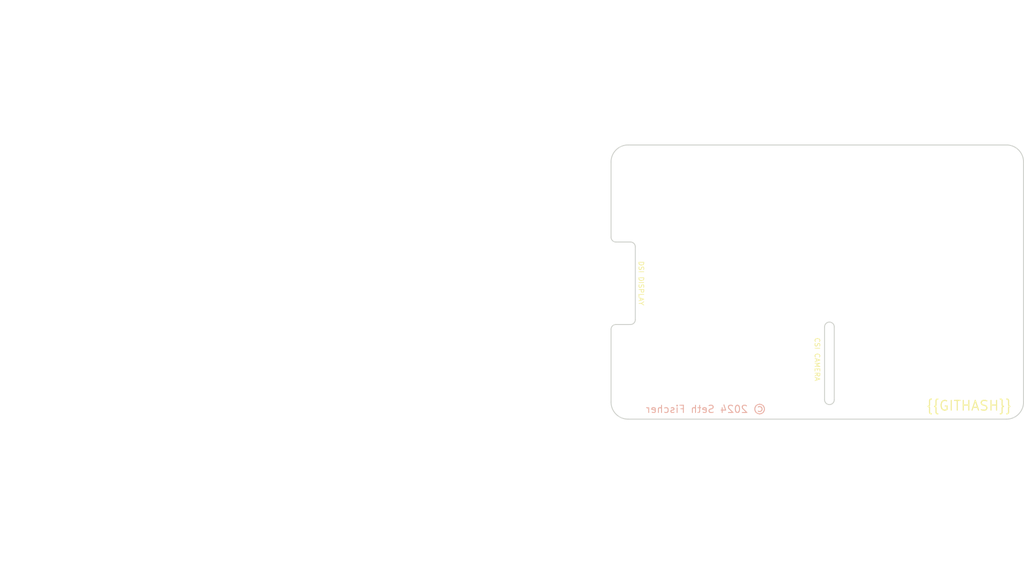
<source format=kicad_pcb>
(kicad_pcb (version 20240108) (generator "pcbnew") (generator_version "8.0")
  (title_block (title "Vehical Management Computer Raspberry Pi HAT") (date "-") (rev "-"))
  (layers (0 "F.Cu" signal) (1 "In1.Cu" power "In1.Cu GND") (2 "In2.Cu" power "In2.Cu VCC 3V3") (31 "B.Cu" signal) (34 "B.Paste" user) (35 "F.Paste" user) (36 "B.SilkS" user "B.Silkscreen") (37 "F.SilkS" user "F.Silkscreen") (38 "B.Mask" user) (39 "F.Mask" user) (44 "Edge.Cuts" user))
  (property "OSR_VERSION" "0.0.0")
  (net 0 "")
  (footprint "MountingHole:MountingHole_2.7mm_M2.5_DIN965" (layer "F.Cu") (at 203.13 97.73)
    (property "Reference" "_MH3" (hide yes))
    (property "Value" "MountingHole_2.7mm_M2.5_DIN965")
    (pad "" np_thru_hole circle (at 0 0) (size 2.7 2.7) (drill 2.7) (layers "*.Cu" "*.Mask"))
  )
  (footprint "MountingHole:MountingHole_2.7mm_M2.5_DIN965" (layer "F.Cu") (at 145.13 97.73)
    (property "Reference" "_MH4" (hide yes))
    (property "Value" "MountingHole_2.7mm_M2.5_DIN965")
    (pad "" np_thru_hole circle (at 0 0) (size 2.7 2.7) (drill 2.7) (layers "*.Cu" "*.Mask"))
  )
  (footprint "MountingHole:MountingHole_2.7mm_M2.5_DIN965" (layer "F.Cu") (at 203.13 48.73)
    (property "Reference" "_MH2" (hide yes))
    (property "Value" "MountingHole_2.7mm_M2.5_DIN965")
    (pad "" np_thru_hole circle (at 0 0) (size 2.7 2.7) (drill 2.7) (layers "*.Cu" "*.Mask"))
  )
  (footprint "MountingHole:MountingHole_2.7mm_M2.5_DIN965" (layer "F.Cu") (at 145.13 48.73)
    (property "Reference" "_MH1" (hide yes))
    (property "Value" "MountingHole_2.7mm_M2.5_DIN965")
    (pad "" np_thru_hole circle (at 0 0) (size 2.7 2.7) (drill 2.7) (layers "*.Cu" "*.Mask"))
  )
  (gr_line (start 141.45 98) (end 141.45 83) (stroke (width 0.2)) (layer "Edge.Cuts"))
  (gr_line (start 144.95 45) (end 222.95 45) (stroke (width 0.2)) (layer "Edge.Cuts"))
  (gr_arc (start 226.45 98) (mid 225.424874 100.474874) (end 222.95 101.5) (stroke (width 0.2)) (layer "Edge.Cuts"))
  (gr_arc (start 142.45 65) (mid 141.742893 64.707107) (end 141.45 64) (stroke (width 0.2)) (layer "Edge.Cuts"))
  (gr_arc (start 185.45 82.5) (mid 186.45 81.5) (end 187.45 82.5) (stroke (width 0.2)) (layer "Edge.Cuts"))
  (gr_line (start 146.45 81) (end 146.45 66) (stroke (width 0.2)) (layer "Edge.Cuts"))
  (gr_arc (start 141.45 83) (mid 141.742893 82.292893) (end 142.45 82) (stroke (width 0.2)) (layer "Edge.Cuts"))
  (gr_line (start 187.45 82.5) (end 187.45 97.5) (stroke (width 0.2)) (layer "Edge.Cuts"))
  (gr_arc (start 145.45 65) (mid 146.157107 65.292893) (end 146.45 66) (stroke (width 0.2)) (layer "Edge.Cuts"))
  (gr_arc (start 144.95 101.5) (mid 142.475126 100.474874) (end 141.45 98) (stroke (width 0.2)) (layer "Edge.Cuts"))
  (gr_line (start 226.45 98) (end 226.45 48.5) (stroke (width 0.2)) (layer "Edge.Cuts"))
  (gr_line (start 142.45 82) (end 145.45 82) (stroke (width 0.2)) (layer "Edge.Cuts"))
  (gr_arc (start 141.45 48.5) (mid 142.475126 46.025126) (end 144.95 45) (stroke (width 0.2)) (layer "Edge.Cuts"))
  (gr_arc (start 222.95 45) (mid 225.424874 46.025126) (end 226.45 48.5) (stroke (width 0.2)) (layer "Edge.Cuts"))
  (gr_arc (start 146.45 81) (mid 146.157107 81.707107) (end 145.45 82) (stroke (width 0.2)) (layer "Edge.Cuts"))
  (gr_arc (start 187.45 97.5) (mid 186.45 98.5) (end 185.45 97.5) (stroke (width 0.2)) (layer "Edge.Cuts"))
  (gr_line (start 144.95 101.5) (end 222.95 101.5) (stroke (width 0.2)) (layer "Edge.Cuts"))
  (gr_line (start 185.45 97.5) (end 185.45 82.5) (stroke (width 0.2)) (layer "Edge.Cuts"))
  (gr_line (start 142.45 65) (end 145.45 65) (stroke (width 0.2)) (layer "Edge.Cuts"))
  (gr_line (start 141.45 64) (end 141.45 48.5) (stroke (width 0.2)) (layer "Edge.Cuts"))
  (gr_text "© 2024 Seth Fischer" (at 173.482 100.33 0) (layer "B.SilkS") (effects (font (size 1.5 1.5) (thickness 0.2)) (justify left bottom mirror)))
  (gr_text "CSI CAMERA" (at 183.35 84.6 -90) (layer "F.SilkS") (effects (font (size 1 1)) (justify left bottom)))
  (gr_text "DSI DISPLAY" (at 147.066 68.834 -90) (layer "F.SilkS") (effects (font (size 1 1)) (justify left bottom)))
  (gr_text "{{GITHASH}}" (at 206.25 99.9 0) (layer "F.SilkS") (effects (font (size 2 2) (thickness 0.25)) (justify left bottom)))
)
</source>
